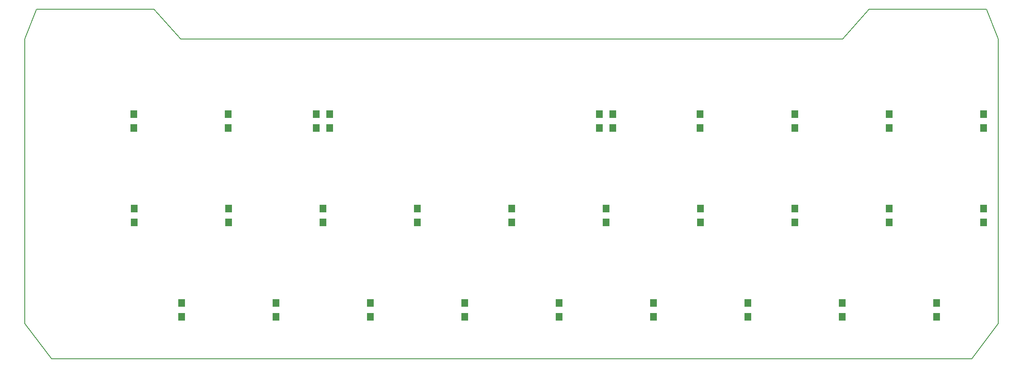
<source format=gbr>
G04 #@! TF.GenerationSoftware,KiCad,Pcbnew,(5.1.9)-1*
G04 #@! TF.CreationDate,2021-09-28T02:01:21-07:00*
G04 #@! TF.ProjectId,alphalpha rev2,616c7068-616c-4706-9861-20726576322e,rev?*
G04 #@! TF.SameCoordinates,Original*
G04 #@! TF.FileFunction,Paste,Bot*
G04 #@! TF.FilePolarity,Positive*
%FSLAX46Y46*%
G04 Gerber Fmt 4.6, Leading zero omitted, Abs format (unit mm)*
G04 Created by KiCad (PCBNEW (5.1.9)-1) date 2021-09-28 02:01:21*
%MOMM*%
%LPD*%
G01*
G04 APERTURE LIST*
G04 #@! TA.AperFunction,Profile*
%ADD10C,0.200000*%
G04 #@! TD*
%ADD11R,1.397000X1.600000*%
G04 APERTURE END LIST*
D10*
X47481250Y-13000000D02*
X181118750Y-13000000D01*
X186500000Y-7000000D02*
X181118750Y-13000000D01*
X186500000Y-7000000D02*
X210168750Y-7000000D01*
X212550000Y-13000000D02*
X210168750Y-7000000D01*
X42100000Y-7000000D02*
X47481250Y-13000000D01*
X16050000Y-13000000D02*
X18431250Y-7000000D01*
X207168750Y-77521000D02*
X212550000Y-70389750D01*
X16050000Y-70389750D02*
X21431250Y-77521000D01*
X18431250Y-7000000D02*
X42100000Y-7000000D01*
X212550000Y-13000000D02*
X212550000Y-70389750D01*
X207168750Y-77521000D02*
X21431250Y-77521000D01*
X16050000Y-70389750D02*
X16050000Y-13000000D01*
D11*
X132003800Y-28165600D03*
X132003800Y-30965600D03*
X74828400Y-28165600D03*
X74828400Y-30965600D03*
X38025000Y-28175000D03*
X38025000Y-30975000D03*
X57075000Y-28175000D03*
X57075000Y-30975000D03*
X77597000Y-28165600D03*
X77597000Y-30965600D03*
X134721600Y-28165600D03*
X134721600Y-30965600D03*
X152325000Y-28175000D03*
X152325000Y-30975000D03*
X171476600Y-28175000D03*
X171476600Y-30975000D03*
X190526600Y-28175000D03*
X190526600Y-30975000D03*
X209576600Y-28175000D03*
X209576600Y-30975000D03*
X38126600Y-47225000D03*
X38126600Y-50025000D03*
X57176600Y-47225000D03*
X57176600Y-50025000D03*
X76226600Y-47225000D03*
X76226600Y-50025000D03*
X95276600Y-47225000D03*
X95276600Y-50025000D03*
X114326600Y-47225000D03*
X114326600Y-50025000D03*
X133376600Y-47225000D03*
X133376600Y-50025000D03*
X152426600Y-47225000D03*
X152426600Y-50025000D03*
X171476600Y-47225000D03*
X171476600Y-50025000D03*
X190526600Y-47225000D03*
X190526600Y-50025000D03*
X209576600Y-47225000D03*
X209576600Y-50025000D03*
X47651600Y-66275000D03*
X47651600Y-69075000D03*
X66701600Y-66275000D03*
X66701600Y-69075000D03*
X85751600Y-66275000D03*
X85751600Y-69075000D03*
X104801600Y-66275000D03*
X104801600Y-69075000D03*
X123851600Y-66275000D03*
X123851600Y-69075000D03*
X142901600Y-66275000D03*
X142901600Y-69075000D03*
X161951600Y-66275000D03*
X161951600Y-69075000D03*
X181001600Y-66275000D03*
X181001600Y-69075000D03*
X200051600Y-66275000D03*
X200051600Y-69075000D03*
M02*

</source>
